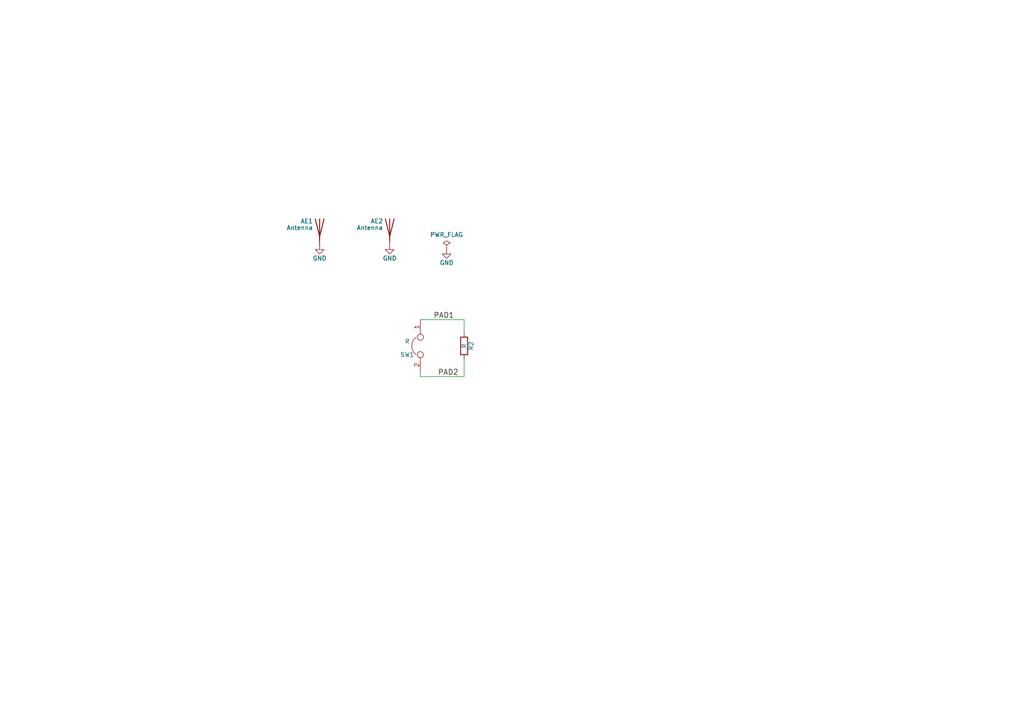
<source format=kicad_sch>
(kicad_sch (version 20210126) (generator eeschema)
  (paper "A4")
  (lib_symbols
    (symbol "custom_pads_schlib:Antenna" (pin_numbers hide) (pin_names (offset 1.016) hide)
      (property "Reference" "AE" (at -1.905 1.905 0))
      (property "Value" "Antenna" (at -1.905 0 0))
      (symbol "Antenna_0_1"
        (polyline (pts (xy 0 2.54) (xy 0 -3.81)) (stroke (width 0.254)))
        (polyline (pts (xy 1.27 2.54) (xy 0 -2.54) (xy -1.27 2.54)) (stroke (width 0.254)))
      )
      (symbol "Antenna_1_1"
        (pin input line (at 0 -5.08 90) (length 2.54) (name "A") (number "1"))
      )
    )
    (symbol "custom_pads_schlib:GND" (power) (pin_names (offset 0))
      (property "Value" "GND" (at 0 -3.81 0))
      (symbol "GND_0_1"
        (polyline (pts (xy 0 0) (xy 0 -1.27) (xy 1.27 -1.27) (xy 0 -2.54) (xy -1.27 -1.27) (xy 0 -1.27)))
      )
      (symbol "GND_1_1"
        (pin power_in line (at 0 0 270) (length 0) hide (name "GND") (number "1"))
      )
    )
    (symbol "custom_pads_schlib:Jumper-device" (pin_names (offset 0.762) hide)
      (property "Reference" "JP" (at 0 3.81 0))
      (property "Value" "Jumper-device" (at 0 -2.032 0))
      (symbol "Jumper-device_0_1"
        (arc (start -2.4892 1.27) (end 2.5146 1.27) (radius (at 0 -0.6604) (length 3.175) (angles 142.6 37.3)))
        (circle (center -2.54 0) (radius 0.889))
        (circle (center 2.54 0) (radius 0.889))
        (pin passive line (at -7.62 0 0) (length 4.191) (name "1") (number "1"))
        (pin passive line (at 7.62 0 180) (length 4.191) (name "2") (number "2"))
      )
    )
    (symbol "custom_pads_schlib:R" (pin_numbers hide) (pin_names (offset 0))
      (property "Reference" "R" (at 2.032 0 90))
      (property "Value" "R" (at 0 0 90))
      (symbol "R_0_1"
        (rectangle (start -1.016 -2.54) (end 1.016 2.54) (stroke (width 0.254)))
      )
      (symbol "R_1_1"
        (pin passive line (at 0 3.81 270) (length 1.27) (name "~") (number "1"))
        (pin passive line (at 0 -3.81 90) (length 1.27) (name "~") (number "2"))
      )
    )
    (symbol "power:PWR_FLAG" (power) (pin_numbers hide) (pin_names (offset 0) hide)
      (property "Value" "PWR_FLAG" (at 0 3.81 0))
      (symbol "PWR_FLAG_0_0"
        (pin power_out line (at 0 0 90) (length 0) (name "pwr") (number "1"))
      )
      (symbol "PWR_FLAG_0_1"
        (polyline (pts (xy 0 0) (xy 0 1.27) (xy -1.016 1.905) (xy 0 2.54) (xy 1.016 1.905) (xy 0 1.27)))
      )
    )
  )
  (wire (pts (xy 121.92 92.71) (xy 134.62 92.71)))
  (wire (pts (xy 121.92 109.22) (xy 121.92 107.95)))
  (wire (pts (xy 121.92 109.22) (xy 134.62 109.22)))
  (wire (pts (xy 134.62 92.71) (xy 134.62 96.52)))
  (wire (pts (xy 134.62 104.14) (xy 134.62 109.22)))
  (label "PAD1" (at 125.73 92.71 0) (effects (font (size 1.524 1.524))))
  (label "PAD2" (at 127 109.22 0) (effects (font (size 1.524 1.524))))
  (symbol (lib_id "power:PWR_FLAG") (at 129.54 72.39 0) (unit 1)
    (property "Reference" "#FLG?" (effects hide))
    (property "Value" "PWR_FLAG" (at 129.54 68.0656 0))
  )
  (symbol (lib_id "custom_pads_schlib:GND") (at 92.71 71.12 0) (unit 1)
    (property "Reference" "#PWR01" (effects hide))
    (property "Value" "GND" (at 92.71 74.93 0))
  )
  (symbol (lib_id "custom_pads_schlib:GND") (at 113.03 71.12 0) (unit 1)
    (property "Reference" "#PWR02" (effects hide))
    (property "Value" "GND" (at 113.03 74.93 0))
  )
  (symbol (lib_id "custom_pads_schlib:GND") (at 129.54 72.39 0) (unit 1)
    (property "Reference" "#PWR?" (effects hide))
    (property "Value" "GND" (at 129.54 76.2 0))
  )
  (symbol (lib_id "custom_pads_schlib:R") (at 134.62 100.33 0) (unit 1)
    (property "Reference" "R2" (at 136.652 100.33 90))
    (property "Value" "R" (at 134.62 100.33 90))
  )
  (symbol (lib_id "custom_pads_schlib:Antenna") (at 92.71 66.04 0) (unit 1)
    (property "Reference" "AE1" (at 90.805 64.135 0) (effects (justify right)))
    (property "Value" "Antenna" (at 90.805 66.04 0) (effects (justify right)))
  )
  (symbol (lib_id "custom_pads_schlib:Antenna") (at 113.03 66.04 0) (unit 1)
    (property "Reference" "AE2" (at 111.125 64.135 0) (effects (justify right)))
    (property "Value" "Antenna" (at 111.125 66.04 0) (effects (justify right)))
  )
  (symbol (lib_id "custom_pads_schlib:Jumper-device") (at 121.92 100.33 90) (mirror x) (unit 1)
    (property "Reference" "SW1" (at 118.11 102.87 90))
    (property "Value" "R" (at 118.11 99.06 90))
  )
)
</source>
